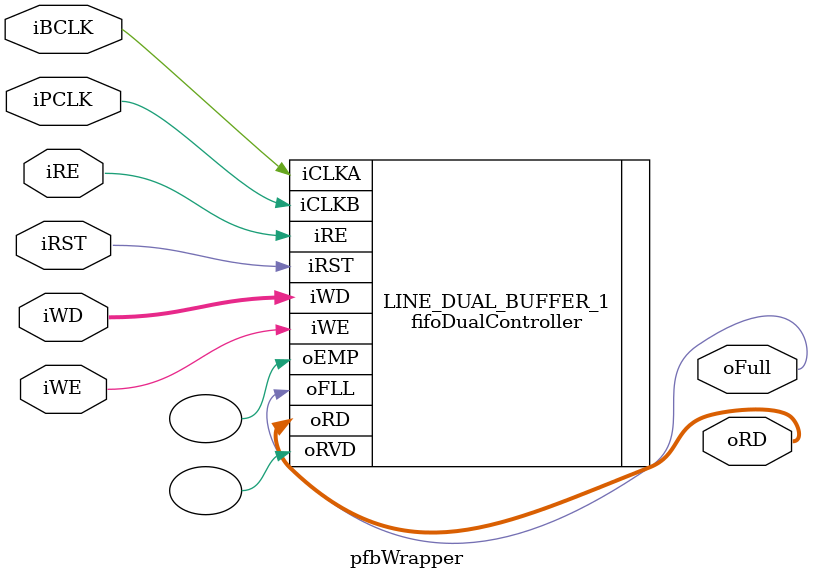
<source format=v>
/*
 * Create 2022/3/26
 * Author koutakimura
 * Editor VSCode ver1.62.7
 * Build  Vivado20.2
 * Borad  Nexys Video
 * -
 * Pixel Async Fifo Block
 */

module pfbWrapper #(
    parameter pBuffDepth  = 1024,   // FIFO BRAMのサイズ指定、画面サイズの横幅より大きくする
    parameter pBitWidth   = 24      // bitサイズ
)(
    input           iBCLK,          // Base clk
    input           iPCLK,          // Pixel Clk
    input           iRST,           // Active High
    input  [23:0]   iWD,            // Write Data
    input           iWE,            // PD Write Enable
    output [23:0]   oRD,            // Read Data
    input           iRE,            // PD Read Enable
    output          oFull
);

fifoDualController # (
    .pBuffDepth  (pBuffDepth),
    .pBitWidth   (pBitWidth)
) LINE_DUAL_BUFFER_1 (
    .iCLKA  (iBCLK),    .iCLKB  (iPCLK),
    .iRST   (iRST),

    // write side
    .iWD    (iWD),      .iWE    (iWE),
    .oFLL   (oFull),

    // read side
    .oRD    (oRD),      .iRE    (iRE),
    .oRVD   (),         .oEMP   ()
);

endmodule
</source>
